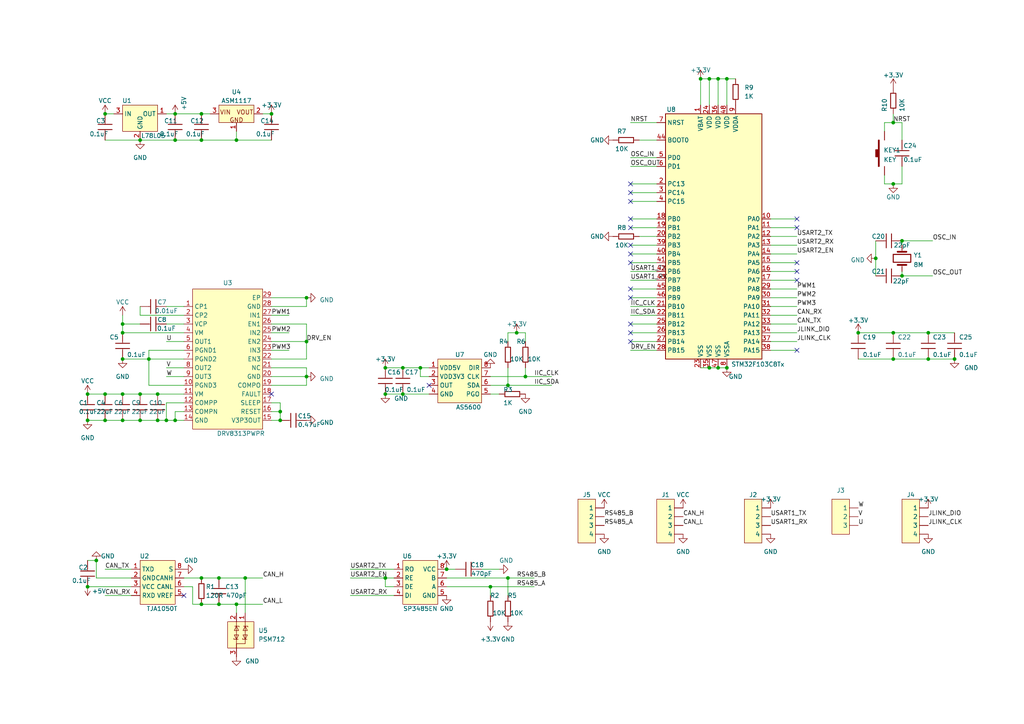
<source format=kicad_sch>
(kicad_sch (version 20230121) (generator eeschema)
  (paper "A4")
  (lib_symbols
    (symbol "MCU_ST_STM32F1:STM32F103C8Tx"
      (property "Reference" "U" (at -15.24 36.83 0))
      (property "Value" "STM32F103C8Tx" (at 7.62 36.83 0))
      (symbol "STM32F103C8Tx_0_1"
        (rectangle (start -15.24 -35.56) (end 12.7 35.56) (stroke (width 0.254)) (fill (type background)))
      )
      (symbol "STM32F103C8Tx_1_1"
        (pin power_in line (at -5.08 38.1 270) (length 2.54) (name "VBAT") (number "1"))
        (pin bidirectional line (at 15.24 5.08 180) (length 2.54) (name "PA0") (number "10"))
        (pin bidirectional line (at 15.24 2.54 180) (length 2.54) (name "PA1") (number "11"))
        (pin bidirectional line (at 15.24 0 180) (length 2.54) (name "PA2") (number "12"))
        (pin bidirectional line (at 15.24 -2.54 180) (length 2.54) (name "PA3") (number "13"))
        (pin bidirectional line (at 15.24 -5.08 180) (length 2.54) (name "PA4") (number "14"))
        (pin bidirectional line (at 15.24 -7.62 180) (length 2.54) (name "PA5") (number "15"))
        (pin bidirectional line (at 15.24 -10.16 180) (length 2.54) (name "PA6") (number "16"))
        (pin bidirectional line (at 15.24 -12.7 180) (length 2.54) (name "PA7") (number "17"))
        (pin bidirectional line (at -17.78 5.08 0) (length 2.54) (name "PB0") (number "18"))
        (pin bidirectional line (at -17.78 2.54 0) (length 2.54) (name "PB1") (number "19"))
        (pin bidirectional line (at -17.78 15.24 0) (length 2.54) (name "PC13") (number "2"))
        (pin bidirectional line (at -17.78 0 0) (length 2.54) (name "PB2") (number "20"))
        (pin bidirectional line (at -17.78 -20.32 0) (length 2.54) (name "PB10") (number "21"))
        (pin bidirectional line (at -17.78 -22.86 0) (length 2.54) (name "PB11") (number "22"))
        (pin power_in line (at -5.08 -38.1 90) (length 2.54) (name "VSS") (number "23"))
        (pin power_in line (at -2.54 38.1 270) (length 2.54) (name "VDD") (number "24"))
        (pin bidirectional line (at -17.78 -25.4 0) (length 2.54) (name "PB12") (number "25"))
        (pin bidirectional line (at -17.78 -27.94 0) (length 2.54) (name "PB13") (number "26"))
        (pin bidirectional line (at -17.78 -30.48 0) (length 2.54) (name "PB14") (number "27"))
        (pin bidirectional line (at -17.78 -33.02 0) (length 2.54) (name "PB15") (number "28"))
        (pin bidirectional line (at 15.24 -15.24 180) (length 2.54) (name "PA8") (number "29"))
        (pin bidirectional line (at -17.78 12.7 0) (length 2.54) (name "PC14") (number "3"))
        (pin bidirectional line (at 15.24 -17.78 180) (length 2.54) (name "PA9") (number "30"))
        (pin bidirectional line (at 15.24 -20.32 180) (length 2.54) (name "PA10") (number "31"))
        (pin bidirectional line (at 15.24 -22.86 180) (length 2.54) (name "PA11") (number "32"))
        (pin bidirectional line (at 15.24 -25.4 180) (length 2.54) (name "PA12") (number "33"))
        (pin bidirectional line (at 15.24 -27.94 180) (length 2.54) (name "PA13") (number "34"))
        (pin power_in line (at -2.54 -38.1 90) (length 2.54) (name "VSS") (number "35"))
        (pin power_in line (at 0 38.1 270) (length 2.54) (name "VDD") (number "36"))
        (pin bidirectional line (at 15.24 -30.48 180) (length 2.54) (name "PA14") (number "37"))
        (pin bidirectional line (at 15.24 -33.02 180) (length 2.54) (name "PA15") (number "38"))
        (pin bidirectional line (at -17.78 -2.54 0) (length 2.54) (name "PB3") (number "39"))
        (pin bidirectional line (at -17.78 10.16 0) (length 2.54) (name "PC15") (number "4"))
        (pin bidirectional line (at -17.78 -5.08 0) (length 2.54) (name "PB4") (number "40"))
        (pin bidirectional line (at -17.78 -7.62 0) (length 2.54) (name "PB5") (number "41"))
        (pin bidirectional line (at -17.78 -10.16 0) (length 2.54) (name "PB6") (number "42"))
        (pin bidirectional line (at -17.78 -12.7 0) (length 2.54) (name "PB7") (number "43"))
        (pin input line (at -17.78 27.94 0) (length 2.54) (name "BOOT0") (number "44"))
        (pin bidirectional line (at -17.78 -15.24 0) (length 2.54) (name "PB8") (number "45"))
        (pin bidirectional line (at -17.78 -17.78 0) (length 2.54) (name "PB9") (number "46"))
        (pin power_in line (at 0 -38.1 90) (length 2.54) (name "VSS") (number "47"))
        (pin power_in line (at 2.54 38.1 270) (length 2.54) (name "VDD") (number "48"))
        (pin input line (at -17.78 22.86 0) (length 2.54) (name "PD0") (number "5"))
        (pin input line (at -17.78 20.32 0) (length 2.54) (name "PD1") (number "6"))
        (pin input line (at -17.78 33.02 0) (length 2.54) (name "NRST") (number "7"))
        (pin power_in line (at 2.54 -38.1 90) (length 2.54) (name "VSSA") (number "8"))
        (pin power_in line (at 5.08 38.1 270) (length 2.54) (name "VDDA") (number "9"))
      )
    )
    (symbol "MyLib:AS5600"
      (property "Reference" "U" (at 2.54 2.54 0))
      (property "Value" "AS5600" (at 10.16 -15.24 0))
      (symbol "AS5600_1_1"
        (rectangle (start 0 0) (end 12.7 -12.7) (fill (type background)))
        (pin input line (at -2.54 -2.54 0) (length 2.54) (name "VDD5V") (number "1"))
        (pin input line (at -2.54 -5.08 0) (length 2.54) (name "VDD3V3") (number "2"))
        (pin input line (at -2.54 -7.62 0) (length 2.54) (name "OUT") (number "3"))
        (pin input line (at -2.54 -10.16 0) (length 2.54) (name "GND") (number "4"))
        (pin input line (at 15.24 -10.16 180) (length 2.54) (name "PGO") (number "5"))
        (pin input line (at 15.24 -7.62 180) (length 2.54) (name "SDA") (number "6"))
        (pin input line (at 15.24 -5.08 180) (length 2.54) (name "CLK") (number "7"))
        (pin input line (at 15.24 -2.54 180) (length 2.54) (name "DIR") (number "8"))
      )
    )
    (symbol "MyLib:ASM1117"
      (property "Reference" "U?" (at 1.27 1.016 0))
      (property "Value" "ASM1117" (at 9.906 -6.096 0))
      (symbol "ASM1117_1_0"
        (rectangle (start 0 0) (end 10.16 -5.08) (fill (type background)))
        (text "GND" (at 3.048 -5.08 0) (effects (font (size 1.27 1.27)) (justify left bottom)))
        (text "VIN" (at 0.254 -2.794 0) (effects (font (size 1.27 1.27)) (justify left bottom)))
        (text "VOUT" (at 5.08 -2.794 0) (effects (font (size 1.27 1.27)) (justify left bottom)))
        (pin passive line (at 5.08 -7.62 90) (length 2.54) (name "GND") (number "1"))
        (pin passive line (at 12.7 -2.54 180) (length 2.54) (name "VOUT") (number "2"))
        (pin passive line (at -2.54 -2.54 0) (length 2.54) (name "VIN") (number "3"))
      )
    )
    (symbol "MyLib:C" (pin_numbers hide) (pin_names (offset 0.254))
      (property "Reference" "C?" (at 2.54 3.302 0))
      (property "Value" "C" (at 5.08 -1.27 0))
      (symbol "C_0_1"
        (polyline (pts (xy 2.54 0) (xy 3.048 0)))
        (polyline (pts (xy 3.048 -2.032) (xy 3.048 2.032)) (stroke (width 0.254)))
        (polyline (pts (xy 4.572 -2.032) (xy 4.572 2.032)) (stroke (width 0.254)))
        (polyline (pts (xy 4.572 0) (xy 5.08 0)))
      )
      (symbol "C_1_1"
        (pin passive line (at 0 0 0) (length 2.54) (name "~") (number "1"))
        (pin passive line (at 7.62 0 180) (length 2.54) (name "~") (number "2"))
      )
    )
    (symbol "MyLib:CON3"
      (property "Reference" "J?" (at 0.762 1.016 0))
      (property "Value" "CON3" (at 2.54 -11.176 0))
      (symbol "CON3_1_0"
        (rectangle (start 0 0) (end 5.08 -10.16) (fill (type background)))
        (pin passive line (at 7.62 -2.54 180) (length 2.54) (name "1") (number "1"))
        (pin passive line (at 7.62 -5.08 180) (length 2.54) (name "2") (number "2"))
        (pin passive line (at 7.62 -7.62 180) (length 2.54) (name "3") (number "3"))
      )
    )
    (symbol "MyLib:CON4"
      (property "Reference" "J?" (at 0.762 1.016 0))
      (symbol "CON4_1_0"
        (rectangle (start 0 0) (end 5.08 -12.7) (fill (type background)))
        (pin passive line (at 7.62 -2.54 180) (length 2.54) (name "1") (number "1"))
        (pin passive line (at 7.62 -5.08 180) (length 2.54) (name "2") (number "2"))
        (pin passive line (at 7.62 -7.62 180) (length 2.54) (name "3") (number "3"))
        (pin passive line (at 7.62 -10.16 180) (length 2.54) (name "4") (number "4"))
      )
    )
    (symbol "MyLib:Crystal" (pin_numbers hide) (pin_names (offset 1.016) hide)
      (property "Reference" "Y" (at 3.81 3.81 0))
      (property "Value" "Crystal" (at 3.81 -3.81 0))
      (symbol "Crystal_0_1"
        (polyline (pts (xy 1.27 0) (xy 1.905 0)))
        (polyline (pts (xy 1.905 -1.27) (xy 1.905 1.27)) (stroke (width 0.508)))
        (polyline (pts (xy 5.715 -1.27) (xy 5.715 1.27)) (stroke (width 0.508)))
        (polyline (pts (xy 6.35 0) (xy 5.715 0)))
        (rectangle (start 2.667 2.54) (end 4.953 -2.54) (stroke (width 0.3048)))
      )
      (symbol "Crystal_1_1"
        (pin passive line (at 0 0 0) (length 1.27) (name "1") (number "1"))
        (pin passive line (at 7.62 0 180) (length 1.27) (name "2") (number "2"))
      )
    )
    (symbol "MyLib:DRV8313PWPR"
      (property "Reference" "U" (at 1.27 1.27 0))
      (symbol "DRV8313PWPR_1_1"
        (rectangle (start 0 0) (end 20.32 -40.64) (fill (type background)))
        (pin input line (at -2.54 -5.08 0) (length 2.54) (name "CP1") (number "1"))
        (pin input line (at -2.54 -27.94 0) (length 2.54) (name "PGND3") (number "10"))
        (pin input line (at -2.54 -30.48 0) (length 2.54) (name "VM") (number "11"))
        (pin input line (at -2.54 -33.02 0) (length 2.54) (name "COMPP") (number "12"))
        (pin input line (at -2.54 -35.56 0) (length 2.54) (name "COMPN") (number "13"))
        (pin input line (at -2.54 -38.1 0) (length 2.54) (name "GND") (number "14"))
        (pin input line (at 22.86 -38.1 180) (length 2.54) (name "V3P3OUT") (number "15"))
        (pin input line (at 22.86 -35.56 180) (length 2.54) (name "RESET") (number "16"))
        (pin input line (at 22.86 -33.02 180) (length 2.54) (name "SLEEP") (number "17"))
        (pin input line (at 22.86 -30.48 180) (length 2.54) (name "FAULT") (number "18"))
        (pin input line (at 22.86 -27.94 180) (length 2.54) (name "COMPO") (number "19"))
        (pin input line (at -2.54 -7.62 0) (length 2.54) (name "CP2") (number "2"))
        (pin input line (at 22.86 -25.4 180) (length 2.54) (name "GND") (number "20"))
        (pin input line (at 22.86 -22.86 180) (length 2.54) (name "NC") (number "21"))
        (pin input line (at 22.86 -20.32 180) (length 2.54) (name "EN3") (number "22"))
        (pin input line (at 22.86 -17.78 180) (length 2.54) (name "IN3") (number "23"))
        (pin input line (at 22.86 -15.24 180) (length 2.54) (name "EN2") (number "24"))
        (pin input line (at 22.86 -12.7 180) (length 2.54) (name "IN2") (number "25"))
        (pin input line (at 22.86 -10.16 180) (length 2.54) (name "EN1") (number "26"))
        (pin input line (at 22.86 -7.62 180) (length 2.54) (name "IN1") (number "27"))
        (pin input line (at 22.86 -5.08 180) (length 2.54) (name "GND") (number "28"))
        (pin input line (at 22.86 -2.54 180) (length 2.54) (name "EP") (number "29"))
        (pin input line (at -2.54 -10.16 0) (length 2.54) (name "VCP") (number "3"))
        (pin input line (at -2.54 -12.7 0) (length 2.54) (name "VM") (number "4"))
        (pin input line (at -2.54 -15.24 0) (length 2.54) (name "OUT1") (number "5"))
        (pin input line (at -2.54 -17.78 0) (length 2.54) (name "PGND1") (number "6"))
        (pin input line (at -2.54 -20.32 0) (length 2.54) (name "PGND2") (number "7"))
        (pin input line (at -2.54 -22.86 0) (length 2.54) (name "OUT2") (number "8"))
        (pin input line (at -2.54 -25.4 0) (length 2.54) (name "OUT3") (number "9"))
      )
    )
    (symbol "MyLib:KEY"
      (property "Reference" "KEY" (at 1.524 3.81 0))
      (symbol "KEY_1_0"
        (polyline (pts (xy 2.54 1.778) (xy 2.54 1.524) (xy 10.16 1.524) (xy 10.16 1.778) (xy 7.366 1.778) (xy 7.366 2.54) (xy 5.334 2.54) (xy 5.334 1.778) (xy 2.54 1.778)) (stroke (width 0.254)) (fill (type outline)))
        (pin passive line (at 0 0 0) (length 2.54) (name "1") (number "1"))
        (pin passive line (at 12.7 0 180) (length 2.54) (name "2") (number "2"))
      )
    )
    (symbol "MyLib:L7805"
      (property "Reference" "U" (at 0 2.54 0))
      (property "Value" "L7805" (at 10.16 -10.16 0))
      (symbol "L7805_1_1"
        (rectangle (start 0 0) (end 10.16 -7.62) (fill (type background)))
        (pin input line (at 12.7 -2.54 180) (length 2.54) (name "OUT") (number "1"))
        (pin input line (at 5.08 -10.16 90) (length 2.54) (name "GND") (number "2"))
        (pin input line (at -2.54 -2.54 0) (length 2.54) (name "IN") (number "3"))
      )
    )
    (symbol "MyLib:PSM712"
      (property "Reference" "U" (at 0 2.54 0))
      (property "Value" "PSM712" (at 2.54 -10.16 0))
      (symbol "PSM712_0_1"
        (polyline (pts (xy 0 -5.08) (xy 1.27 -5.08)))
        (polyline (pts (xy 0 -2.54) (xy 1.27 -2.54)))
        (polyline (pts (xy 1.27 -5.08) (xy 5.08 -5.08)))
        (polyline (pts (xy 1.27 -2.54) (xy 5.08 -2.54)))
        (polyline (pts (xy 6.35 -2.54) (xy 5.08 -2.54)))
        (polyline (pts (xy 7.62 -5.08) (xy 4.953 -5.08)))
        (polyline (pts (xy 1.27 -5.588) (xy 1.27 -4.318) (xy 1.524 -4.318)))
        (polyline (pts (xy 1.27 -3.048) (xy 1.27 -1.778) (xy 1.524 -1.778)))
        (polyline (pts (xy 4.826 -5.842) (xy 5.08 -5.842) (xy 5.08 -4.572)))
        (polyline (pts (xy 4.826 -3.302) (xy 5.08 -3.302) (xy 5.08 -2.032)))
        (polyline (pts (xy 7.62 -5.08) (xy 6.35 -5.08) (xy 6.35 -2.54)))
        (polyline (pts (xy 1.27 -5.08) (xy 2.54 -4.445) (xy 2.54 -5.715) (xy 1.27 -5.08)))
        (polyline (pts (xy 1.27 -2.54) (xy 2.54 -1.905) (xy 2.54 -3.175) (xy 1.27 -2.54)))
        (polyline (pts (xy 5.08 -5.08) (xy 3.81 -5.715) (xy 3.81 -4.445) (xy 5.08 -5.08)))
        (polyline (pts (xy 5.08 -2.54) (xy 3.81 -3.175) (xy 3.81 -1.905) (xy 5.08 -2.54)))
        (rectangle (start 0 0) (end 7.62 -7.62) (fill (type background)))
      )
      (symbol "PSM712_1_1"
        (pin input line (at -2.54 -2.54 0) (length 2.54) (name "") (number "1"))
        (pin input line (at -2.54 -5.08 0) (length 2.54) (name "") (number "2"))
        (pin input line (at 10.16 -5.08 180) (length 2.54) (name "") (number "3"))
      )
    )
    (symbol "MyLib:R" (pin_numbers hide) (pin_names (offset 0))
      (property "Reference" "R" (at 1.778 -2.032 0))
      (property "Value" "R" (at 2.794 2.032 0))
      (symbol "R_0_1"
        (polyline (pts (xy 1.27 0) (xy 1.651 0)))
        (polyline (pts (xy 6.35 0) (xy 5.969 0)))
        (rectangle (start 1.651 0.762) (end 5.969 -0.762) (stroke (width 0.254)))
      )
      (symbol "R_1_1"
        (pin passive line (at 0 0 0) (length 1.27) (name "~") (number "1"))
        (pin passive line (at 7.62 0 180) (length 1.27) (name "~") (number "2"))
      )
    )
    (symbol "MyLib:SP3485EN"
      (property "Reference" "U" (at 0 2.54 0))
      (property "Value" "SP3485EN" (at 0 0 0))
      (symbol "SP3485EN_1_1"
        (rectangle (start 0 0) (end 10.16 -12.7) (fill (type background)))
        (pin input line (at -2.54 -2.54 0) (length 2.54) (name "RO") (number "1"))
        (pin input line (at -2.54 -5.08 0) (length 2.54) (name "RE") (number "2"))
        (pin input line (at -2.54 -7.62 0) (length 2.54) (name "DE") (number "3"))
        (pin input line (at -2.54 -10.16 0) (length 2.54) (name "DI") (number "4"))
        (pin input line (at 12.7 -10.16 180) (length 2.54) (name "GND") (number "5"))
        (pin input line (at 12.7 -7.62 180) (length 2.54) (name "A") (number "6"))
        (pin input line (at 12.7 -5.08 180) (length 2.54) (name "B") (number "7"))
        (pin input line (at 12.7 -2.54 180) (length 2.54) (name "VCC") (number "8"))
      )
    )
    (symbol "MyLib:TJA1050T"
      (property "Reference" "U" (at 0 2.54 0))
      (property "Value" "TJA1050T" (at 5.08 -15.24 0))
      (symbol "TJA1050T_0_1"
        (rectangle (start 0 0) (end 10.16 -12.7) (fill (type background)))
      )
      (symbol "TJA1050T_1_1"
        (pin input line (at -2.54 -2.54 0) (length 2.54) (name "TXD") (number "1"))
        (pin input line (at -2.54 -5.08 0) (length 2.54) (name "GND") (number "2"))
        (pin input line (at -2.54 -7.62 0) (length 2.54) (name "VCC") (number "3"))
        (pin input line (at -2.54 -10.16 0) (length 2.54) (name "RXD") (number "4"))
        (pin input line (at 12.7 -10.16 180) (length 2.54) (name "VREF") (number "5"))
        (pin input line (at 12.7 -7.62 180) (length 2.54) (name "CANL") (number "6"))
        (pin input line (at 12.7 -5.08 180) (length 2.54) (name "CANH") (number "7"))
        (pin input line (at 12.7 -2.54 180) (length 2.54) (name "S") (number "8"))
      )
    )
    (symbol "power:+3.3V" (power) (pin_names (offset 0))
      (property "Value" "+3.3V" (at 0 3.556 0))
      (symbol "+3.3V_0_1"
        (polyline (pts (xy -0.762 1.27) (xy 0 2.54)))
        (polyline (pts (xy 0 0) (xy 0 2.54)))
        (polyline (pts (xy 0 2.54) (xy 0.762 1.27)))
      )
      (symbol "+3.3V_1_1"
        (pin power_in line (at 0 0 90) (length 0) hide (name "+3.3V") (number "1"))
      )
    )
    (symbol "power:+5V" (power) (pin_names (offset 0))
      (property "Value" "+5V" (at 0 3.556 0))
      (symbol "+5V_0_1"
        (polyline (pts (xy -0.762 1.27) (xy 0 2.54)))
        (polyline (pts (xy 0 0) (xy 0 2.54)))
        (polyline (pts (xy 0 2.54) (xy 0.762 1.27)))
      )
      (symbol "+5V_1_1"
        (pin power_in line (at 0 0 90) (length 0) hide (name "+5V") (number "1"))
      )
    )
    (symbol "power:GND" (power) (pin_names (offset 0))
      (property "Value" "GND" (at 0 -3.81 0))
      (symbol "GND_0_1"
        (polyline (pts (xy 0 0) (xy 0 -1.27) (xy 1.27 -1.27) (xy 0 -2.54) (xy -1.27 -1.27) (xy 0 -1.27)))
      )
      (symbol "GND_1_1"
        (pin power_in line (at 0 0 270) (length 0) hide (name "GND") (number "1"))
      )
    )
    (symbol "power:VCC" (power) (pin_names (offset 0))
      (property "Value" "VCC" (at 0 3.81 0))
      (symbol "VCC_0_1"
        (polyline (pts (xy -0.762 1.27) (xy 0 2.54)))
        (polyline (pts (xy 0 0) (xy 0 2.54)))
        (polyline (pts (xy 0 2.54) (xy 0.762 1.27)))
      )
      (symbol "VCC_1_1"
        (pin power_in line (at 0 0 90) (length 0) hide (name "VCC") (number "1"))
      )
    )
  )
  (junction (at 35.56 96.52))
  (junction (at 142.24 170.18))
  (junction (at 30.48 114.3))
  (junction (at 147.32 111.76))
  (junction (at 116.84 114.3))
  (junction (at 45.72 121.92))
  (junction (at 276.86 104.14))
  (junction (at 71.12 167.64))
  (junction (at 58.42 175.26))
  (junction (at 254 74.93))
  (junction (at 40.64 121.92))
  (junction (at 25.4 114.3))
  (junction (at 81.28 119.38))
  (junction (at 35.56 93.98))
  (junction (at 259.08 35.56))
  (junction (at 35.56 121.92))
  (junction (at 210.82 22.86))
  (junction (at 81.28 121.92))
  (junction (at 210.82 106.68))
  (junction (at 269.24 104.14))
  (junction (at 259.08 104.14))
  (junction (at 203.2 22.86))
  (junction (at 88.9 86.36))
  (junction (at 63.5 167.64))
  (junction (at 25.4 121.92))
  (junction (at 58.42 40.64))
  (junction (at 248.92 96.52))
  (junction (at 58.42 33.02))
  (junction (at 35.56 104.14))
  (junction (at 30.48 121.92))
  (junction (at 63.5 175.26))
  (junction (at 68.58 40.64))
  (junction (at 88.9 109.22))
  (junction (at 88.9 99.06))
  (junction (at 30.48 33.02))
  (junction (at 40.64 40.64))
  (junction (at 147.32 167.64))
  (junction (at 45.72 114.3))
  (junction (at 205.74 106.68))
  (junction (at 48.26 121.92))
  (junction (at 50.8 121.92))
  (junction (at 35.56 114.3))
  (junction (at 40.64 114.3))
  (junction (at 78.74 33.02))
  (junction (at 259.08 53.34))
  (junction (at 111.76 106.68))
  (junction (at 50.8 40.64))
  (junction (at 111.76 114.3))
  (junction (at 27.94 162.56))
  (junction (at 25.4 170.18))
  (junction (at 208.28 106.68))
  (junction (at 111.76 167.64))
  (junction (at 43.18 104.14))
  (junction (at 50.8 33.02))
  (junction (at 149.86 96.52))
  (junction (at 116.84 106.68))
  (junction (at 208.28 22.86))
  (junction (at 129.54 165.1))
  (junction (at 58.42 167.64))
  (junction (at 269.24 96.52))
  (junction (at 259.08 96.52))
  (junction (at 205.74 22.86))
  (junction (at 261.62 69.85))
  (junction (at 261.62 80.01))
  (junction (at 152.4 109.22))
  (junction (at 121.92 106.68))
  (junction (at 68.58 175.26))
  (no_connect (at 182.88 73.66))
  (no_connect (at 182.88 63.5))
  (no_connect (at 182.88 83.82))
  (no_connect (at 182.88 66.04))
  (no_connect (at 182.88 53.34))
  (no_connect (at 231.14 76.2))
  (no_connect (at 182.88 99.06))
  (no_connect (at 182.88 93.98))
  (no_connect (at 78.74 114.3))
  (no_connect (at 182.88 96.52))
  (no_connect (at 124.46 111.76))
  (no_connect (at 182.88 76.2))
  (no_connect (at 231.14 63.5))
  (no_connect (at 182.88 58.42))
  (no_connect (at 231.14 101.6))
  (no_connect (at 231.14 78.74))
  (no_connect (at 182.88 71.12))
  (no_connect (at 53.34 172.72))
  (no_connect (at 182.88 86.36))
  (no_connect (at 231.14 66.04))
  (no_connect (at 231.14 81.28))
  (no_connect (at 182.88 55.88))
  (wire (pts (xy 55.88 175.26) (xy 58.42 175.26)))
  (wire (pts (xy 40.64 91.44) (xy 40.64 88.9)))
  (wire (pts (xy 259.08 33.02) (xy 259.08 35.56)))
  (wire (pts (xy 152.4 109.22) (xy 160.02 109.22)))
  (wire (pts (xy 63.5 175.26) (xy 68.58 175.26)))
  (wire (pts (xy 81.28 116.84) (xy 81.28 119.38)))
  (wire (pts (xy 259.08 96.52) (xy 269.24 96.52)))
  (wire (pts (xy 182.88 86.36) (xy 190.5 86.36)))
  (wire (pts (xy 116.84 106.68) (xy 121.92 106.68)))
  (wire (pts (xy 182.88 91.44) (xy 190.5 91.44)))
  (wire (pts (xy 248.92 104.14) (xy 259.08 104.14)))
  (wire (pts (xy 50.8 121.92) (xy 53.34 121.92)))
  (wire (pts (xy 182.88 63.5) (xy 190.5 63.5)))
  (wire (pts (xy 254 74.93) (xy 254 80.01)))
  (wire (pts (xy 182.88 73.66) (xy 190.5 73.66)))
  (wire (pts (xy 53.34 96.52) (xy 35.56 96.52)))
  (wire (pts (xy 147.32 96.52) (xy 149.86 96.52)))
  (wire (pts (xy 30.48 40.64) (xy 40.64 40.64)))
  (wire (pts (xy 147.32 167.64) (xy 147.32 172.72)))
  (wire (pts (xy 182.88 83.82) (xy 190.5 83.82)))
  (wire (pts (xy 48.26 99.06) (xy 53.34 99.06)))
  (wire (pts (xy 111.76 114.3) (xy 116.84 114.3)))
  (wire (pts (xy 223.52 91.44) (xy 231.14 91.44)))
  (wire (pts (xy 55.88 170.18) (xy 55.88 175.26)))
  (wire (pts (xy 269.24 104.14) (xy 276.86 104.14)))
  (wire (pts (xy 223.52 73.66) (xy 231.14 73.66)))
  (wire (pts (xy 38.1 167.64) (xy 27.94 167.64)))
  (wire (pts (xy 147.32 106.68) (xy 147.32 111.76)))
  (wire (pts (xy 205.74 106.68) (xy 208.28 106.68)))
  (wire (pts (xy 182.88 93.98) (xy 190.5 93.98)))
  (wire (pts (xy 43.18 104.14) (xy 43.18 111.76)))
  (wire (pts (xy 71.12 167.64) (xy 71.12 177.8)))
  (wire (pts (xy 50.8 33.02) (xy 58.42 33.02)))
  (wire (pts (xy 129.54 170.18) (xy 142.24 170.18)))
  (wire (pts (xy 78.74 104.14) (xy 88.9 104.14)))
  (wire (pts (xy 182.88 81.28) (xy 190.5 81.28)))
  (wire (pts (xy 223.52 71.12) (xy 231.14 71.12)))
  (wire (pts (xy 71.12 167.64) (xy 76.2 167.64)))
  (wire (pts (xy 259.08 104.14) (xy 269.24 104.14)))
  (wire (pts (xy 182.88 48.26) (xy 190.5 48.26)))
  (wire (pts (xy 78.74 86.36) (xy 88.9 86.36)))
  (wire (pts (xy 182.88 78.74) (xy 190.5 78.74)))
  (wire (pts (xy 142.24 109.22) (xy 152.4 109.22)))
  (wire (pts (xy 223.52 76.2) (xy 231.14 76.2)))
  (wire (pts (xy 223.52 96.52) (xy 231.14 96.52)))
  (wire (pts (xy 223.52 88.9) (xy 231.14 88.9)))
  (wire (pts (xy 248.92 96.52) (xy 259.08 96.52)))
  (wire (pts (xy 30.48 172.72) (xy 38.1 172.72)))
  (wire (pts (xy 88.9 106.68) (xy 88.9 109.22)))
  (wire (pts (xy 25.4 121.92) (xy 30.48 121.92)))
  (wire (pts (xy 68.58 175.26) (xy 76.2 175.26)))
  (wire (pts (xy 142.24 111.76) (xy 147.32 111.76)))
  (wire (pts (xy 78.74 111.76) (xy 88.9 111.76)))
  (wire (pts (xy 58.42 167.64) (xy 63.5 167.64)))
  (wire (pts (xy 45.72 121.92) (xy 48.26 121.92)))
  (wire (pts (xy 101.6 172.72) (xy 114.3 172.72)))
  (wire (pts (xy 256.54 50.8) (xy 256.54 53.34)))
  (wire (pts (xy 81.28 119.38) (xy 81.28 121.92)))
  (wire (pts (xy 68.58 40.64) (xy 68.58 38.1)))
  (wire (pts (xy 53.34 119.38) (xy 50.8 119.38)))
  (wire (pts (xy 231.14 63.5) (xy 223.52 63.5)))
  (wire (pts (xy 261.62 35.56) (xy 261.62 40.64)))
  (wire (pts (xy 58.42 175.26) (xy 63.5 175.26)))
  (wire (pts (xy 25.4 114.3) (xy 30.48 114.3)))
  (wire (pts (xy 78.74 121.92) (xy 81.28 121.92)))
  (wire (pts (xy 43.18 101.6) (xy 43.18 104.14)))
  (wire (pts (xy 142.24 172.72) (xy 142.24 170.18)))
  (wire (pts (xy 116.84 114.3) (xy 124.46 114.3)))
  (wire (pts (xy 78.74 93.98) (xy 88.9 93.98)))
  (wire (pts (xy 210.82 22.86) (xy 210.82 30.48)))
  (wire (pts (xy 48.26 33.02) (xy 50.8 33.02)))
  (wire (pts (xy 261.62 78.74) (xy 261.62 80.01)))
  (wire (pts (xy 182.88 66.04) (xy 190.5 66.04)))
  (wire (pts (xy 182.88 99.06) (xy 190.5 99.06)))
  (wire (pts (xy 142.24 114.3) (xy 144.78 114.3)))
  (wire (pts (xy 78.74 109.22) (xy 88.9 109.22)))
  (wire (pts (xy 208.28 22.86) (xy 208.28 30.48)))
  (wire (pts (xy 223.52 78.74) (xy 231.14 78.74)))
  (wire (pts (xy 256.54 38.1) (xy 256.54 35.56)))
  (wire (pts (xy 213.36 22.86) (xy 210.82 22.86)))
  (wire (pts (xy 78.74 99.06) (xy 88.9 99.06)))
  (wire (pts (xy 78.74 91.44) (xy 83.82 91.44)))
  (wire (pts (xy 50.8 119.38) (xy 50.8 121.92)))
  (wire (pts (xy 205.74 22.86) (xy 205.74 30.48)))
  (wire (pts (xy 35.56 114.3) (xy 40.64 114.3)))
  (wire (pts (xy 48.26 93.98) (xy 53.34 93.98)))
  (wire (pts (xy 43.18 104.14) (xy 53.34 104.14)))
  (wire (pts (xy 182.88 88.9) (xy 190.5 88.9)))
  (wire (pts (xy 101.6 165.1) (xy 114.3 165.1)))
  (wire (pts (xy 256.54 53.34) (xy 259.08 53.34)))
  (wire (pts (xy 78.74 101.6) (xy 83.82 101.6)))
  (wire (pts (xy 210.82 22.86) (xy 208.28 22.86)))
  (wire (pts (xy 30.48 165.1) (xy 38.1 165.1)))
  (wire (pts (xy 182.88 55.88) (xy 190.5 55.88)))
  (wire (pts (xy 182.88 35.56) (xy 190.5 35.56)))
  (wire (pts (xy 111.76 167.64) (xy 114.3 167.64)))
  (wire (pts (xy 208.28 22.86) (xy 205.74 22.86)))
  (wire (pts (xy 27.94 162.56) (xy 25.4 162.56)))
  (wire (pts (xy 203.2 22.86) (xy 203.2 30.48)))
  (wire (pts (xy 53.34 116.84) (xy 48.26 116.84)))
  (wire (pts (xy 30.48 33.02) (xy 33.02 33.02)))
  (wire (pts (xy 208.28 106.68) (xy 210.82 106.68)))
  (wire (pts (xy 182.88 45.72) (xy 190.5 45.72)))
  (wire (pts (xy 223.52 93.98) (xy 231.14 93.98)))
  (wire (pts (xy 269.24 96.52) (xy 276.86 96.52)))
  (wire (pts (xy 223.52 68.58) (xy 231.14 68.58)))
  (wire (pts (xy 223.52 99.06) (xy 231.14 99.06)))
  (wire (pts (xy 111.76 170.18) (xy 114.3 170.18)))
  (wire (pts (xy 182.88 58.42) (xy 190.5 58.42)))
  (wire (pts (xy 25.4 170.18) (xy 38.1 170.18)))
  (wire (pts (xy 111.76 170.18) (xy 111.76 167.64)))
  (wire (pts (xy 48.26 106.68) (xy 53.34 106.68)))
  (wire (pts (xy 152.4 106.68) (xy 152.4 109.22)))
  (wire (pts (xy 78.74 96.52) (xy 83.82 96.52)))
  (wire (pts (xy 35.56 93.98) (xy 35.56 91.44)))
  (wire (pts (xy 58.42 40.64) (xy 68.58 40.64)))
  (wire (pts (xy 27.94 162.56) (xy 27.94 167.64)))
  (wire (pts (xy 76.2 33.02) (xy 78.74 33.02)))
  (wire (pts (xy 78.74 106.68) (xy 88.9 106.68)))
  (wire (pts (xy 53.34 167.64) (xy 58.42 167.64)))
  (wire (pts (xy 40.64 40.64) (xy 50.8 40.64)))
  (wire (pts (xy 88.9 88.9) (xy 88.9 86.36)))
  (wire (pts (xy 223.52 86.36) (xy 231.14 86.36)))
  (wire (pts (xy 149.86 96.52) (xy 152.4 96.52)))
  (wire (pts (xy 88.9 93.98) (xy 88.9 99.06)))
  (wire (pts (xy 223.52 101.6) (xy 231.14 101.6)))
  (wire (pts (xy 205.74 22.86) (xy 203.2 22.86)))
  (wire (pts (xy 185.42 40.64) (xy 190.5 40.64)))
  (wire (pts (xy 68.58 40.64) (xy 78.74 40.64)))
  (wire (pts (xy 132.08 165.1) (xy 129.54 165.1)))
  (wire (pts (xy 121.92 106.68) (xy 124.46 106.68)))
  (wire (pts (xy 124.46 109.22) (xy 121.92 109.22)))
  (wire (pts (xy 261.62 69.85) (xy 270.51 69.85)))
  (wire (pts (xy 259.08 35.56) (xy 261.62 35.56)))
  (wire (pts (xy 53.34 101.6) (xy 43.18 101.6)))
  (wire (pts (xy 129.54 167.64) (xy 147.32 167.64)))
  (wire (pts (xy 45.72 114.3) (xy 53.34 114.3)))
  (wire (pts (xy 261.62 53.34) (xy 261.62 48.26)))
  (wire (pts (xy 40.64 93.98) (xy 35.56 93.98)))
  (wire (pts (xy 43.18 111.76) (xy 53.34 111.76)))
  (wire (pts (xy 35.56 104.14) (xy 43.18 104.14)))
  (wire (pts (xy 111.76 106.68) (xy 116.84 106.68)))
  (wire (pts (xy 182.88 71.12) (xy 190.5 71.12)))
  (wire (pts (xy 147.32 111.76) (xy 160.02 111.76)))
  (wire (pts (xy 30.48 114.3) (xy 35.56 114.3)))
  (wire (pts (xy 48.26 109.22) (xy 53.34 109.22)))
  (wire (pts (xy 78.74 116.84) (xy 81.28 116.84)))
  (wire (pts (xy 58.42 33.02) (xy 60.96 33.02)))
  (wire (pts (xy 53.34 170.18) (xy 55.88 170.18)))
  (wire (pts (xy 35.56 96.52) (xy 35.56 93.98)))
  (wire (pts (xy 182.88 76.2) (xy 190.5 76.2)))
  (wire (pts (xy 101.6 167.64) (xy 111.76 167.64)))
  (wire (pts (xy 68.58 175.26) (xy 68.58 177.8)))
  (wire (pts (xy 78.74 119.38) (xy 81.28 119.38)))
  (wire (pts (xy 53.34 91.44) (xy 40.64 91.44)))
  (wire (pts (xy 182.88 96.52) (xy 190.5 96.52)))
  (wire (pts (xy 261.62 80.01) (xy 270.51 80.01)))
  (wire (pts (xy 182.88 53.34) (xy 190.5 53.34)))
  (wire (pts (xy 88.9 111.76) (xy 88.9 109.22)))
  (wire (pts (xy 223.52 81.28) (xy 231.14 81.28)))
  (wire (pts (xy 147.32 99.06) (xy 147.32 96.52)))
  (wire (pts (xy 40.64 114.3) (xy 45.72 114.3)))
  (wire (pts (xy 259.08 53.34) (xy 261.62 53.34)))
  (wire (pts (xy 254 69.85) (xy 254 74.93)))
  (wire (pts (xy 142.24 170.18) (xy 154.94 170.18)))
  (wire (pts (xy 256.54 35.56) (xy 259.08 35.56)))
  (wire (pts (xy 78.74 88.9) (xy 88.9 88.9)))
  (wire (pts (xy 182.88 101.6) (xy 190.5 101.6)))
  (wire (pts (xy 144.78 165.1) (xy 139.7 165.1)))
  (wire (pts (xy 223.52 83.82) (xy 231.14 83.82)))
  (wire (pts (xy 185.42 68.58) (xy 190.5 68.58)))
  (wire (pts (xy 30.48 121.92) (xy 35.56 121.92)))
  (wire (pts (xy 261.62 69.85) (xy 261.62 71.12)))
  (wire (pts (xy 48.26 88.9) (xy 53.34 88.9)))
  (wire (pts (xy 35.56 121.92) (xy 40.64 121.92)))
  (wire (pts (xy 147.32 167.64) (xy 154.94 167.64)))
  (wire (pts (xy 63.5 167.64) (xy 71.12 167.64)))
  (wire (pts (xy 48.26 116.84) (xy 48.26 121.92)))
  (wire (pts (xy 152.4 96.52) (xy 152.4 99.06)))
  (wire (pts (xy 203.2 106.68) (xy 205.74 106.68)))
  (wire (pts (xy 88.9 99.06) (xy 88.9 104.14)))
  (wire (pts (xy 121.92 109.22) (xy 121.92 106.68)))
  (wire (pts (xy 50.8 40.64) (xy 58.42 40.64)))
  (wire (pts (xy 223.52 66.04) (xy 231.14 66.04)))
  (wire (pts (xy 48.26 121.92) (xy 50.8 121.92)))
  (wire (pts (xy 40.64 121.92) (xy 45.72 121.92)))
  (label "OSC_IN" (at 270.51 69.85 0))
  (label "DRV_EN" (at 182.9054 101.6 0))
  (label "USART2_RX" (at 101.6 172.72 0))
  (label "CAN_TX" (at 231.14 93.98 0))
  (label "USART1_RX" (at 182.88 81.28 0))
  (label "U" (at 48.26 99.06 0))
  (label "IIC_SDA" (at 154.94 111.76 0))
  (label "DRV_EN" (at 88.9 99.06 0))
  (label "IIC_CLK" (at 154.94 109.22 0))
  (label "PWM1" (at 78.74 91.44 0))
  (label "JLINK_CLK" (at 269.24 152.4 0))
  (label "CAN_H" (at 76.2 167.64 0))
  (label "USART2_TX" (at 101.6 165.1 0))
  (label "PWM2" (at 231.14 86.36 0))
  (label "W" (at 48.26 109.22 0))
  (label "IIC_SDA" (at 182.88 91.44 0))
  (label "JLINK_CLK" (at 231.14 99.06 0))
  (label "NRST" (at 182.88 35.56 0))
  (label "IIC_CLK" (at 182.88 88.9 0))
  (label "JLINK_DIO" (at 231.14 96.52 0))
  (label "OSC_IN" (at 182.88 45.72 0))
  (label "USART2_EN" (at 101.6 167.64 0))
  (label "CAN_RX" (at 231.14 91.44 0))
  (label "USART2_EN" (at 231.14 73.66 0))
  (label "OSC_OUT" (at 182.88 48.26 0))
  (label "USART1_TX" (at 223.52 149.86 0))
  (label "RS485_A" (at 175.26 152.4 0))
  (label "V" (at 248.92 149.86 0))
  (label "JLINK_DIO" (at 269.24 149.86 0))
  (label "RS485_A" (at 149.86 170.18 0))
  (label "USART1_RX" (at 223.52 152.4 0))
  (label "PWM3" (at 78.74 101.6 0))
  (label "NRST" (at 259.08 35.56 0))
  (label "CAN_H" (at 198.12 149.86 0))
  (label "USART1_TX" (at 182.88 78.74 0))
  (label "CAN_L" (at 198.12 152.4 0))
  (label "PWM3" (at 231.14 88.9 0))
  (label "OSC_OUT" (at 270.51 80.01 0))
  (label "U" (at 248.92 152.4 0))
  (label "W" (at 248.92 147.32 0))
  (label "CAN_TX" (at 30.48 165.1 0))
  (label "RS485_B" (at 149.86 167.64 0))
  (label "V" (at 48.26 106.68 0))
  (label "USART2_TX" (at 231.14 68.58 0))
  (label "RS485_B" (at 175.26 149.86 0))
  (label "CAN_L" (at 76.2 175.26 0))
  (label "USART2_RX" (at 231.14 71.12 0))
  (label "PWM2" (at 78.74 96.52 0))
  (label "PWM1" (at 231.14 83.82 0))
  (label "CAN_RX" (at 30.48 172.72 0))
  (symbol (lib_id "power:VCC") (at 198.12 147.32 0) (unit 1)
    (property "Reference" "#PWR041" (effects hide))
    (property "Value" "VCC" (at 198.12 143.51 0))
  )
  (symbol (lib_id "MyLib:C") (at 40.64 88.9 0) (unit 1)
    (property "Reference" "C7" (at 46.99 87.63 0))
    (property "Value" "0.01uF" (at 48.26 90.17 0))
    (property "Footprint" "Capacitor_SMD:C_0603_1608Metric" (effects hide))
  )
  (symbol (lib_id "power:+3.3V") (at 111.76 106.68 0) (unit 1)
    (property "Reference" "#PWR016" (effects hide))
    (property "Value" "+3.3V" (at 111.76 104.14 0))
  )
  (symbol (lib_id "MyLib:DRV8313PWPR") (at 55.88 83.82 0) (unit 1)
    (property "Reference" "U3" (at 66.04 82.042 0))
    (property "Value" "DRV8313PWPR" (at 69.85 125.73 0))
    (property "Footprint" "Package_SO:TSSOP-28_6.1x9.7mm_P0.65mm" (effects hide))
  )
  (symbol (lib_id "MyLib:R") (at 144.78 114.3 0) (unit 1)
    (property "Reference" "R3" (at 147.32 113.03 0))
    (property "Value" "1K" (at 147.32 116.84 0))
    (property "Footprint" "Resistor_SMD:R_0603_1608Metric" (effects hide))
  )
  (symbol (lib_id "power:+3.3V") (at 259.08 25.4 0) (unit 1)
    (property "Reference" "#PWR036" (effects hide))
    (property "Value" "+3.3V" (at 259.08 21.7954 0))
  )
  (symbol (lib_id "MyLib:C") (at 139.7 165.1 180) (unit 1)
    (property "Reference" "C18" (at 138.43 163.83 0))
    (property "Value" "470pF" (at 139.7 166.37 0))
    (property "Footprint" "Capacitor_SMD:C_0603_1608Metric" (effects hide))
  )
  (symbol (lib_id "power:+3.3V") (at 142.24 180.34 180) (unit 1)
    (property "Reference" "#PWR021" (effects hide))
    (property "Value" "+3.3V" (at 142.24 185.42 0))
  )
  (symbol (lib_id "power:GND") (at 210.82 106.68 0) (unit 1)
    (property "Reference" "#PWR029" (effects hide))
    (property "Value" "GND" (at 213.36 109.22 0))
  )
  (symbol (lib_id "power:GND") (at 152.4 114.3 0) (unit 1)
    (property "Reference" "#PWR025" (effects hide))
    (property "Value" "GND" (at 152.4 119.38 0))
  )
  (symbol (lib_id "power:+3.3V") (at 248.92 96.52 0) (unit 1)
    (property "Reference" "#PWR032" (effects hide))
    (property "Value" "+3.3V" (at 248.92 92.9154 0))
  )
  (symbol (lib_id "power:GND") (at 88.9 86.36 90) (unit 1)
    (property "Reference" "#PWR013" (effects hide))
    (property "Value" "GND" (at 92.71 86.995 90) (effects (justify right)))
  )
  (symbol (lib_id "power:+3.3V") (at 223.52 147.32 0) (unit 1)
    (property "Reference" "#PWR030" (effects hide))
    (property "Value" "+3.3V" (at 223.52 144.78 0))
  )
  (symbol (lib_id "power:VCC") (at 25.4 114.3 0) (unit 1)
    (property "Reference" "#PWR01" (effects hide))
    (property "Value" "VCC" (at 25.4 110.49 0))
  )
  (symbol (lib_id "MyLib:TJA1050T") (at 40.64 162.56 0) (unit 1)
    (property "Reference" "U2" (at 41.91 161.29 0))
    (property "Value" "TJA1050T" (at 46.99 176.53 0))
    (property "Footprint" "Package_SO:SOP-8_3.9x4.9mm_P1.27mm" (effects hide))
  )
  (symbol (lib_id "power:GND") (at 177.8 40.64 270) (unit 1)
    (property "Reference" "#PWR026" (effects hide))
    (property "Value" "GND" (at 175.26 40.64 90) (effects (justify right)))
  )
  (symbol (lib_id "MyLib:C") (at 58.42 40.64 90) (unit 1)
    (property "Reference" "C12" (at 57.15 35.052 90))
    (property "Value" "0.1uF" (at 56.642 38.862 90))
    (property "Footprint" "Capacitor_SMD:C_0603_1608Metric" (effects hide))
  )
  (symbol (lib_id "power:GND") (at 259.08 53.34 0) (unit 1)
    (property "Reference" "#PWR037" (effects hide))
    (property "Value" "GND" (at 259.08 57.15 0))
  )
  (symbol (lib_id "MyLib:C") (at 45.72 121.92 90) (unit 1)
    (property "Reference" "C10" (at 43.18 116.84 90) (effects (justify right)))
    (property "Value" "22uF" (at 43.18 119.38 90) (effects (justify right)))
    (property "Footprint" "Capacitor_SMD:C_0805_2012Metric" (effects hide))
  )
  (symbol (lib_id "MyLib:C") (at 40.64 93.98 0) (unit 1)
    (property "Reference" "C8" (at 46.99 92.71 0))
    (property "Value" "0.1uF" (at 48.26 95.25 0))
    (property "Footprint" "Capacitor_SMD:C_0603_1608Metric" (effects hide))
  )
  (symbol (lib_id "power:GND") (at 144.78 165.1 90) (unit 1)
    (property "Reference" "#PWR022" (effects hide))
    (property "Value" "GND" (at 144.78 162.56 90) (effects (justify right)))
  )
  (symbol (lib_id "MyLib:CON3") (at 241.3 144.78 0) (unit 1)
    (property "Reference" "J3" (at 243.84 142.24 0))
    (property "Value" "CON3" (effects hide))
    (property "Footprint" "Connector_Molex:Molex_CLIK-Mate_502494-0370_1x03-1MP_P2.00mm_Horizontal" (effects hide))
  )
  (symbol (lib_id "MyLib:C") (at 254 69.85 0) (unit 1)
    (property "Reference" "C20" (at 254.762 68.58 0))
    (property "Value" "22pF" (at 261.62 71.12 0))
    (property "Footprint" "Capacitor_SMD:C_0805_2012Metric" (effects hide))
  )
  (symbol (lib_id "power:GND") (at 269.24 154.94 0) (unit 1)
    (property "Reference" "#PWR035" (effects hide))
    (property "Value" "GND" (at 269.24 160.02 0))
  )
  (symbol (lib_id "power:GND") (at 88.9 109.22 90) (unit 1)
    (property "Reference" "#PWR014" (effects hide))
    (property "Value" "GND" (at 92.71 109.855 90) (effects (justify right)))
  )
  (symbol (lib_id "MyLib:C") (at 78.74 40.64 90) (unit 1)
    (property "Reference" "C14" (at 77.47 35.052 90))
    (property "Value" "0.1uF" (at 76.962 38.862 90))
    (property "Footprint" "Capacitor_SMD:C_0603_1608Metric" (effects hide))
  )
  (symbol (lib_id "MyLib:R") (at 147.32 180.34 90) (unit 1)
    (property "Reference" "R5" (at 148.59 172.72 90))
    (property "Value" "10K" (at 149.86 177.8 90))
    (property "Footprint" "Resistor_SMD:R_0603_1608Metric" (effects hide))
  )
  (symbol (lib_id "power:GND") (at 35.56 104.14 0) (unit 1)
    (property "Reference" "#PWR07" (effects hide))
    (property "Value" "GND" (at 35.56 109.22 0))
  )
  (symbol (lib_id "MyLib:C") (at 63.5 175.26 90) (unit 1)
    (property "Reference" "C13" (at 67.31 170.18 90))
    (property "Value" "470pF" (at 68.58 172.72 90))
    (property "Footprint" "Capacitor_SMD:C_0603_1608Metric" (effects hide))
  )
  (symbol (lib_id "power:VCC") (at 175.26 147.32 0) (unit 1)
    (property "Reference" "#PWR039" (effects hide))
    (property "Value" "VCC" (at 175.26 143.51 0))
  )
  (symbol (lib_id "MyLib:C") (at 30.48 121.92 90) (unit 1)
    (property "Reference" "C4" (at 27.94 116.84 90) (effects (justify right)))
    (property "Value" "22uF" (at 27.94 119.38 90) (effects (justify right)))
    (property "Footprint" "Capacitor_SMD:C_0805_2012Metric" (effects hide))
  )
  (symbol (lib_id "power:GND") (at 276.86 104.14 0) (unit 1)
    (property "Reference" "#PWR038" (effects hide))
    (property "Value" "GND" (at 281.686 106.68 0))
  )
  (symbol (lib_id "MyLib:C") (at 50.8 40.64 90) (unit 1)
    (property "Reference" "C11" (at 49.53 35.052 90))
    (property "Value" "0.1uF" (at 49.022 38.862 90))
    (property "Footprint" "Capacitor_SMD:C_0603_1608Metric" (effects hide))
  )
  (symbol (lib_id "MyLib:PSM712") (at 73.66 180.34 270) (unit 1)
    (property "Reference" "U5" (at 74.93 182.8799 90) (effects (justify left)))
    (property "Value" "PSM712" (at 74.93 185.4199 90) (effects (justify left)))
    (property "Footprint" "Package_TO_SOT_SMD:SOT-23" (effects hide))
  )
  (symbol (lib_id "power:GND") (at 88.9 121.92 90) (unit 1)
    (property "Reference" "#PWR015" (effects hide))
    (property "Value" "GND" (at 92.71 122.555 90) (effects (justify right)))
  )
  (symbol (lib_id "power:GND") (at 25.4 121.92 0) (unit 1)
    (property "Reference" "#PWR02" (effects hide))
    (property "Value" "GND" (at 25.4 127 0))
  )
  (symbol (lib_id "power:GND") (at 175.26 154.94 0) (unit 1)
    (property "Reference" "#PWR040" (effects hide))
    (property "Value" "GND" (at 175.26 160.02 0))
  )
  (symbol (lib_id "power:+3.3V") (at 203.2 22.86 0) (unit 1)
    (property "Reference" "#PWR028" (effects hide))
    (property "Value" "+3.3V" (at 203.2 20.32 0))
  )
  (symbol (lib_id "MyLib:C") (at 116.84 114.3 90) (unit 1)
    (property "Reference" "C17" (at 119.38 107.95 90))
    (property "Value" "0.1uF" (at 120.65 113.03 90))
    (property "Footprint" "Capacitor_SMD:C_0603_1608Metric" (effects hide))
  )
  (symbol (lib_id "MyLib:R") (at 259.08 33.02 90) (unit 1)
    (property "Reference" "R10" (at 256.54 30.48 0))
    (property "Value" "10K" (at 261.62 30.48 0))
    (property "Footprint" "Resistor_SMD:R_0603_1608Metric" (effects hide))
  )
  (symbol (lib_id "power:+3.3V") (at 129.54 165.1 0) (unit 1)
    (property "Reference" "#PWR018" (effects hide))
    (property "Value" "+3.3V" (at 129.54 161.29 0))
  )
  (symbol (lib_id "MyLib:C") (at 25.4 121.92 90) (unit 1)
    (property "Reference" "C1" (at 22.86 116.84 90) (effects (justify right)))
    (property "Value" "0.1uF" (at 22.86 119.38 90) (effects (justify right)))
    (property "Footprint" "Capacitor_SMD:C_0603_1608Metric" (effects hide))
  )
  (symbol (lib_id "power:GND") (at 111.76 114.3 0) (unit 1)
    (property "Reference" "#PWR017" (effects hide))
    (property "Value" "GND" (at 114.3 115.5699 0) (effects (justify left)))
  )
  (symbol (lib_id "MyLib:R") (at 177.8 68.58 0) (unit 1)
    (property "Reference" "R8" (at 180.34 66.04 0))
    (property "Value" "10K" (at 180.34 71.12 0))
    (property "Footprint" "Resistor_SMD:R_0603_1608Metric" (effects hide))
  )
  (symbol (lib_id "MCU_ST_STM32F1:STM32F103C8Tx") (at 208.28 68.58 0) (unit 1)
    (property "Reference" "U8" (at 193.294 31.75 0) (effects (justify left)))
    (property "Value" "STM32F103C8Tx" (at 212.09 105.664 0) (effects (justify left)))
    (property "Footprint" "Package_QFP:LQFP-48_7x7mm_P0.5mm" (effects hide))
    (property "Datasheet" "http://www.st.com/st-web-ui/static/active/en/resource/technical/document/datasheet/CD00161566.pdf" (effects hide))
  )
  (symbol (lib_id "MyLib:C") (at 254 80.01 0) (unit 1)
    (property "Reference" "C21" (at 254.762 78.74 0))
    (property "Value" "22pF" (at 261.366 81.534 0))
    (property "Footprint" "Capacitor_SMD:C_0805_2012Metric" (effects hide))
  )
  (symbol (lib_id "MyLib:C") (at 259.08 104.14 90) (unit 1)
    (property "Reference" "C22" (at 260.35 97.79 90) (effects (justify right)))
    (property "Value" "0.1uF" (at 260.35 102.87 90) (effects (justify right)))
    (property "Footprint" "Capacitor_SMD:C_0603_1608Metric" (effects hide))
  )
  (symbol (lib_id "MyLib:R") (at 147.32 106.68 90) (unit 1)
    (property "Reference" "R4" (at 146.05 99.06 90))
    (property "Value" "10K" (at 149.86 104.14 90))
    (property "Footprint" "Resistor_SMD:R_0603_1608Metric" (effects hide))
  )
  (symbol (lib_id "MyLib:CON4") (at 261.62 144.78 0) (unit 1)
    (property "Reference" "J4" (at 264.16 143.51 0))
    (property "Value" "CON4" (effects hide))
    (property "Footprint" "Connector_PinHeader_2.54mm:PinHeader_1x04_P2.54mm_Vertical" (effects hide))
  )
  (symbol (lib_id "MyLib:R") (at 58.42 175.26 90) (unit 1)
    (property "Reference" "R1" (at 59.69 170.18 90) (effects (justify right)))
    (property "Value" "120R" (at 59.69 172.72 90) (effects (justify right)))
    (property "Footprint" "Resistor_SMD:R_0603_1608Metric" (effects hide))
  )
  (symbol (lib_id "MyLib:CON4") (at 190.5 144.78 0) (unit 1)
    (property "Reference" "J1" (at 193.04 143.51 0))
    (property "Value" "CON4" (effects hide))
    (property "Footprint" "Connector_Molex:Molex_CLIK-Mate_502443-0470_1x04-1MP_P2.00mm_Vertical" (effects hide))
  )
  (symbol (lib_id "power:VCC") (at 30.48 33.02 0) (unit 1)
    (property "Reference" "#PWR05" (effects hide))
    (property "Value" "VCC" (at 30.48 29.21 0))
  )
  (symbol (lib_id "power:+5V") (at 25.4 170.18 180) (unit 1)
    (property "Reference" "#PWR03" (effects hide))
    (property "Value" "+5V" (at 26.67 171.45 0) (effects (justify right)))
  )
  (symbol (lib_id "MyLib:R") (at 152.4 106.68 90) (unit 1)
    (property "Reference" "R6" (at 151.13 99.06 90))
    (property "Value" "10K" (at 154.94 104.14 90))
    (property "Footprint" "Resistor_SMD:R_0603_1608Metric" (effects hide))
  )
  (symbol (lib_id "power:+3.3V") (at 78.74 33.02 0) (unit 1)
    (property "Reference" "#PWR012" (effects hide))
    (property "Value" "+3.3V" (at 78.74 30.48 0))
  )
  (symbol (lib_id "MyLib:C") (at 269.24 104.14 90) (unit 1)
    (property "Reference" "C23" (at 270.51 97.79 90) (effects (justify right)))
    (property "Value" "0.1uF" (at 270.51 102.87 90) (effects (justify right)))
    (property "Footprint" "Capacitor_SMD:C_0603_1608Metric" (effects hide))
  )
  (symbol (lib_id "power:GND") (at 53.34 165.1 90) (unit 1)
    (property "Reference" "#PWR010" (effects hide))
    (property "Value" "GND" (at 53.34 162.56 90) (effects (justify right)))
  )
  (symbol (lib_id "MyLib:C") (at 25.4 170.18 90) (unit 1)
    (property "Reference" "C2" (at 24.13 164.592 90))
    (property "Value" "0.1uF" (at 23.622 168.402 90))
    (property "Footprint" "Capacitor_SMD:C_0603_1608Metric" (effects hide))
  )
  (symbol (lib_id "MyLib:CON4") (at 215.9 144.78 0) (unit 1)
    (property "Reference" "J2" (at 218.44 143.51 0))
    (property "Value" "CON4" (effects hide))
    (property "Footprint" "Connector_PinHeader_2.54mm:PinHeader_1x04_P2.54mm_Vertical" (effects hide))
  )
  (symbol (lib_id "MyLib:AS5600") (at 127 104.14 0) (unit 1)
    (property "Reference" "U7" (at 133.35 102.87 0))
    (property "Value" "AS5600" (at 135.89 118.11 0))
    (property "Footprint" "Package_SO:SOP-8_3.9x4.9mm_P1.27mm" (effects hide))
  )
  (symbol (lib_id "MyLib:SP3485EN") (at 116.84 162.56 0) (unit 1)
    (property "Reference" "U6" (at 118.11 161.29 0))
    (property "Value" "SP3485EN" (at 121.92 176.53 0))
    (property "Footprint" "Package_SO:SOP-8_3.9x4.9mm_P1.27mm" (effects hide))
  )
  (symbol (lib_id "MyLib:ASM1117") (at 63.5 30.48 0) (unit 1)
    (property "Reference" "U4" (at 68.58 26.67 0))
    (property "Value" "ASM1117" (at 68.58 29.21 0))
    (property "Footprint" "Package_TO_SOT_SMD:SOT-89-3" (effects hide))
    (property "Datasheet" "https://atta.szlcsc.com/upload/public/pdf/source/20211011/50CC665C22E3A66C08379A4A74BDA25C.pdf" (effects hide))
  )
  (symbol (lib_id "power:GND") (at 198.12 154.94 0) (unit 1)
    (property "Reference" "#PWR042" (effects hide))
    (property "Value" "GND" (at 198.12 160.02 0))
  )
  (symbol (lib_id "MyLib:C") (at 111.76 114.3 90) (unit 1)
    (property "Reference" "C16" (at 114.3 107.95 90))
    (property "Value" "0.1uF" (at 114.3 113.03 90))
    (property "Footprint" "Capacitor_SMD:C_0603_1608Metric" (effects hide))
  )
  (symbol (lib_id "power:GND") (at 40.64 40.64 0) (unit 1)
    (property "Reference" "#PWR08" (effects hide))
    (property "Value" "GND" (at 40.64 45.72 0))
  )
  (symbol (lib_id "power:GND") (at 177.8 68.58 270) (unit 1)
    (property "Reference" "#PWR027" (effects hide))
    (property "Value" "GND" (at 175.26 68.58 90) (effects (justify right)))
  )
  (symbol (lib_id "power:GND") (at 142.24 106.68 180) (unit 1)
    (property "Reference" "#PWR020" (effects hide))
    (property "Value" "GND" (at 142.24 102.87 0))
  )
  (symbol (lib_id "power:VCC") (at 35.56 91.44 0) (unit 1)
    (property "Reference" "#PWR06" (effects hide))
    (property "Value" "VCC" (at 35.56 87.63 0))
  )
  (symbol (lib_id "power:+3.3V") (at 269.24 147.32 0) (unit 1)
    (property "Reference" "#PWR034" (effects hide))
    (property "Value" "+3.3V" (at 269.24 144.78 0))
  )
  (symbol (lib_id "MyLib:Crystal") (at 261.62 78.74 90) (unit 1)
    (property "Reference" "Y1" (at 264.9475 74.0215 90) (effects (justify right)))
    (property "Value" "8M" (at 264.9475 76.7966 90) (effects (justify right)))
    (property "Footprint" "Crystal:Crystal_SMD_5032-2Pin_5.0x3.2mm" (effects hide))
  )
  (symbol (lib_id "MyLib:L7805") (at 35.56 30.48 0) (unit 1)
    (property "Reference" "U1" (at 36.83 29.21 0))
    (property "Value" "L78L05" (at 44.45 39.37 0))
    (property "Footprint" "Package_TO_SOT_SMD:SOT-89-3" (effects hide))
  )
  (symbol (lib_id "power:+3.3V") (at 149.86 96.52 0) (unit 1)
    (property "Reference" "#PWR024" (effects hide))
    (property "Value" "+3.3V" (at 149.86 93.98 0))
  )
  (symbol (lib_id "MyLib:C") (at 276.86 104.14 90) (unit 1)
    (property "Reference" "C25" (at 278.13 97.79 90) (effects (justify right)))
    (property "Value" "0.1uF" (at 278.13 102.87 90) (effects (justify right)))
    (property "Footprint" "Capacitor_SMD:C_0603_1608Metric" (effects hide))
  )
  (symbol (lib_id "MyLib:C") (at 30.48 40.64 90) (unit 1)
    (property "Reference" "C3" (at 29.21 35.052 90))
    (property "Value" "0.1uF" (at 28.702 38.862 90))
    (property "Footprint" "Capacitor_SMD:C_0603_1608Metric" (effects hide))
  )
  (symbol (lib_id "MyLib:R") (at 142.24 172.72 270) (unit 1)
    (property "Reference" "R2" (at 143.51 172.72 90))
    (property "Value" "10K" (at 144.78 177.8 90))
    (property "Footprint" "Resistor_SMD:R_0603_1608Metric" (effects hide))
  )
  (symbol (lib_id "MyLib:R") (at 213.36 30.48 90) (unit 1)
    (property "Reference" "R9" (at 215.9 25.4 90) (effects (justify right)))
    (property "Value" "1K" (at 215.9 27.94 90) (effects (justify right)))
    (property "Footprint" "Resistor_SMD:R_0603_1608Metric" (effects hide))
  )
  (symbol (lib_id "power:GND") (at 147.32 180.34 0) (unit 1)
    (property "Reference" "#PWR023" (effects hide))
    (property "Value" "GND" (at 147.32 185.42 0))
  )
  (symbol (lib_id "power:+5V") (at 50.8 33.02 0) (unit 1)
    (property "Reference" "#PWR09" (effects hide))
    (property "Value" "+5V" (at 53.34 27.94 90) (effects (justify right)))
  )
  (symbol (lib_id "MyLib:C") (at 40.64 121.92 90) (unit 1)
    (property "Reference" "C9" (at 38.1 116.84 90) (effects (justify right)))
    (property "Value" "22uF" (at 38.1 119.38 90) (effects (justify right)))
    (property "Footprint" "Capacitor_SMD:C_0805_2012Metric" (effects hide))
  )
  (symbol (lib_id "MyLib:CON4") (at 167.64 144.78 0) (unit 1)
    (property "Reference" "J5" (at 170.18 143.51 0))
    (property "Value" "CON4" (effects hide))
    (property "Footprint" "Connector_Molex:Molex_CLIK-Mate_502443-0470_1x04-1MP_P2.00mm_Vertical" (effects hide))
  )
  (symbol (lib_id "MyLib:KEY") (at 256.54 50.8 90) (unit 1)
    (property "Reference" "KEY1" (at 256.2861 43.5415 90) (effects (justify right)))
    (property "Value" "KEY" (at 256.2861 46.3166 90) (effects (justify right)))
    (property "Footprint" "MyLib:轻触开关 侧贴" (effects hide))
  )
  (symbol (lib_id "power:GND") (at 27.94 162.56 180) (unit 1)
    (property "Reference" "#PWR04" (effects hide))
    (property "Value" "GND" (at 29.21 161.29 0) (effects (justify right)))
  )
  (symbol (lib_id "power:GND") (at 223.52 154.94 0) (unit 1)
    (property "Reference" "#PWR031" (effects hide))
    (property "Value" "GND" (at 223.52 160.02 0))
  )
  (symbol (lib_id "power:GND") (at 254 74.93 270) (unit 1)
    (property "Reference" "#PWR033" (effects hide))
    (property "Value" "GND" (at 250.825 75.409 90) (effects (justify right)))
  )
  (symbol (lib_id "power:GND") (at 68.58 190.5 0) (unit 1)
    (property "Reference" "#PWR011" (effects hide))
    (property "Value" "GND" (at 71.12 191.7699 0) (effects (justify left)))
  )
  (symbol (lib_id "MyLib:C") (at 248.92 104.14 90) (unit 1)
    (property "Reference" "C19" (at 250.19 97.79 90) (effects (justify right)))
    (property "Value" "0.1uF" (at 250.19 102.87 90) (effects (justify right)))
    (property "Footprint" "Capacitor_SMD:C_0603_1608Metric" (effects hide))
  )
  (symbol (lib_id "MyLib:R") (at 177.8 40.64 0) (unit 1)
    (property "Reference" "R7" (at 180.34 38.1 0))
    (property "Value" "10K" (at 180.34 43.18 0))
    (property "Footprint" "Resistor_SMD:R_0603_1608Metric" (effects hide))
  )
  (symbol (lib_id "MyLib:C") (at 35.56 104.14 90) (unit 1)
    (property "Reference" "C5" (at 31.75 97.79 90) (effects (justify right)))
    (property "Value" "0.1uF" (at 36.83 102.87 90) (effects (justify right)))
    (property "Footprint" "Capacitor_SMD:C_0603_1608Metric" (effects hide))
  )
  (symbol (lib_id "power:GND") (at 129.54 172.72 0) (unit 1)
    (property "Reference" "#PWR019" (effects hide))
    (property "Value" "GND" (at 129.54 176.53 0))
  )
  (symbol (lib_id "MyLib:C") (at 261.62 48.26 90) (unit 1)
    (property "Reference" "C24" (at 262.0011 42.2715 90) (effects (justify right)))
    (property "Value" "0.1uF" (at 262.0011 46.3166 90) (effects (justify right)))
    (property "Footprint" "Capacitor_SMD:C_0603_1608Metric" (effects hide))
  )
  (symbol (lib_id "MyLib:C") (at 88.9 121.92 180) (unit 1)
    (property "Reference" "C15" (at 86.36 120.65 0) (effects (justify right)))
    (property "Value" "0.47uF" (at 86.36 123.19 0) (effects (justify right)))
    (property "Footprint" "Capacitor_SMD:C_0603_1608Metric" (effects hide))
  )
  (symbol (lib_id "MyLib:C") (at 35.56 121.92 90) (unit 1)
    (property "Reference" "C6" (at 33.02 116.84 90) (effects (justify right)))
    (property "Value" "22uF" (at 33.02 119.38 90) (effects (justify right)))
    (property "Footprint" "Capacitor_SMD:C_0805_2012Metric" (effects hide))
  )
)
</source>
